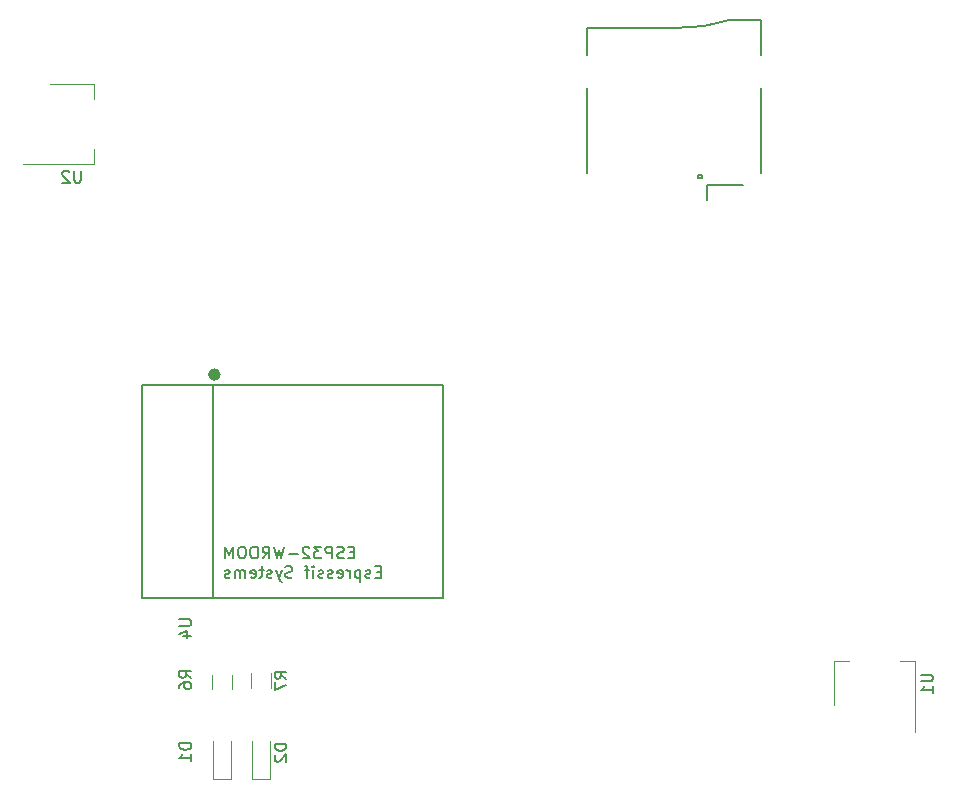
<source format=gbr>
G04 #@! TF.FileFunction,Legend,Bot*
%FSLAX46Y46*%
G04 Gerber Fmt 4.6, Leading zero omitted, Abs format (unit mm)*
G04 Created by KiCad (PCBNEW 4.0.7) date Sat Feb 17 21:33:09 2018*
%MOMM*%
%LPD*%
G01*
G04 APERTURE LIST*
%ADD10C,0.150000*%
%ADD11C,0.120000*%
%ADD12C,0.500000*%
G04 APERTURE END LIST*
D10*
D11*
X73545000Y-94440500D02*
X73545000Y-97640500D01*
X75045000Y-97640500D02*
X75045000Y-94440500D01*
X75045000Y-97640500D02*
X73545000Y-97640500D01*
X76847000Y-94377000D02*
X76847000Y-97577000D01*
X78347000Y-97577000D02*
X78347000Y-94377000D01*
X78347000Y-97577000D02*
X76847000Y-97577000D01*
D10*
X105235500Y-34038000D02*
X112585500Y-34038000D01*
X112585500Y-34038000D02*
X113935500Y-33988000D01*
X113935500Y-33988000D02*
X115085500Y-33838000D01*
X115085500Y-33838000D02*
X116185500Y-33638000D01*
X116185500Y-33638000D02*
X117235500Y-33338000D01*
X115385500Y-47338000D02*
X115385500Y-48638000D01*
X105235500Y-39138000D02*
X105235500Y-46338000D01*
X105235500Y-36338000D02*
X105235500Y-34038000D01*
X117235500Y-33338000D02*
X119935500Y-33338000D01*
X119935500Y-33338000D02*
X119935500Y-36338000D01*
X119935500Y-46338000D02*
X119935500Y-39138000D01*
X114935500Y-46738000D02*
X114635500Y-46738000D01*
X114635500Y-46738000D02*
X114635500Y-46438000D01*
X114635500Y-46438000D02*
X114935500Y-46438000D01*
X114935500Y-46438000D02*
X114935500Y-46738000D01*
X115385500Y-47338000D02*
X118385500Y-47338000D01*
D11*
X73415000Y-88808000D02*
X73415000Y-90008000D01*
X75175000Y-90008000D02*
X75175000Y-88808000D01*
X76717000Y-88681000D02*
X76717000Y-89881000D01*
X78477000Y-89881000D02*
X78477000Y-88681000D01*
X126130000Y-87625000D02*
X127390000Y-87625000D01*
X132950000Y-87625000D02*
X131690000Y-87625000D01*
X126130000Y-91385000D02*
X126130000Y-87625000D01*
X132950000Y-93635000D02*
X132950000Y-87625000D01*
X63505000Y-38754000D02*
X63505000Y-40014000D01*
X63505000Y-45574000D02*
X63505000Y-44314000D01*
X59745000Y-38754000D02*
X63505000Y-38754000D01*
X57495000Y-45574000D02*
X63505000Y-45574000D01*
D12*
X73943981Y-63373000D02*
G75*
G03X73943981Y-63373000I-283981J0D01*
G01*
D10*
X73514000Y-82279000D02*
X73514000Y-64279000D01*
X67514000Y-64279000D02*
X93014000Y-64279000D01*
X67514000Y-82279000D02*
X93014000Y-82279000D01*
X93014000Y-82279000D02*
X93014000Y-64279000D01*
X67514000Y-82279000D02*
X67514000Y-64279000D01*
X71699381Y-94575405D02*
X70699381Y-94575405D01*
X70699381Y-94813500D01*
X70747000Y-94956358D01*
X70842238Y-95051596D01*
X70937476Y-95099215D01*
X71127952Y-95146834D01*
X71270810Y-95146834D01*
X71461286Y-95099215D01*
X71556524Y-95051596D01*
X71651762Y-94956358D01*
X71699381Y-94813500D01*
X71699381Y-94575405D01*
X71699381Y-96099215D02*
X71699381Y-95527786D01*
X71699381Y-95813500D02*
X70699381Y-95813500D01*
X70842238Y-95718262D01*
X70937476Y-95623024D01*
X70985095Y-95527786D01*
X79749381Y-94638905D02*
X78749381Y-94638905D01*
X78749381Y-94877000D01*
X78797000Y-95019858D01*
X78892238Y-95115096D01*
X78987476Y-95162715D01*
X79177952Y-95210334D01*
X79320810Y-95210334D01*
X79511286Y-95162715D01*
X79606524Y-95115096D01*
X79701762Y-95019858D01*
X79749381Y-94877000D01*
X79749381Y-94638905D01*
X78844619Y-95591286D02*
X78797000Y-95638905D01*
X78749381Y-95734143D01*
X78749381Y-95972239D01*
X78797000Y-96067477D01*
X78844619Y-96115096D01*
X78939857Y-96162715D01*
X79035095Y-96162715D01*
X79177952Y-96115096D01*
X79749381Y-95543667D01*
X79749381Y-96162715D01*
X71699381Y-89050834D02*
X71223190Y-88717500D01*
X71699381Y-88479405D02*
X70699381Y-88479405D01*
X70699381Y-88860358D01*
X70747000Y-88955596D01*
X70794619Y-89003215D01*
X70889857Y-89050834D01*
X71032714Y-89050834D01*
X71127952Y-89003215D01*
X71175571Y-88955596D01*
X71223190Y-88860358D01*
X71223190Y-88479405D01*
X70699381Y-89907977D02*
X70699381Y-89717500D01*
X70747000Y-89622262D01*
X70794619Y-89574643D01*
X70937476Y-89479405D01*
X71127952Y-89431786D01*
X71508905Y-89431786D01*
X71604143Y-89479405D01*
X71651762Y-89527024D01*
X71699381Y-89622262D01*
X71699381Y-89812739D01*
X71651762Y-89907977D01*
X71604143Y-89955596D01*
X71508905Y-90003215D01*
X71270810Y-90003215D01*
X71175571Y-89955596D01*
X71127952Y-89907977D01*
X71080333Y-89812739D01*
X71080333Y-89622262D01*
X71127952Y-89527024D01*
X71175571Y-89479405D01*
X71270810Y-89431786D01*
X79749381Y-89114334D02*
X79273190Y-88781000D01*
X79749381Y-88542905D02*
X78749381Y-88542905D01*
X78749381Y-88923858D01*
X78797000Y-89019096D01*
X78844619Y-89066715D01*
X78939857Y-89114334D01*
X79082714Y-89114334D01*
X79177952Y-89066715D01*
X79225571Y-89019096D01*
X79273190Y-88923858D01*
X79273190Y-88542905D01*
X78749381Y-89447667D02*
X78749381Y-90114334D01*
X79749381Y-89685762D01*
X133492381Y-88773095D02*
X134301905Y-88773095D01*
X134397143Y-88820714D01*
X134444762Y-88868333D01*
X134492381Y-88963571D01*
X134492381Y-89154048D01*
X134444762Y-89249286D01*
X134397143Y-89296905D01*
X134301905Y-89344524D01*
X133492381Y-89344524D01*
X134492381Y-90344524D02*
X134492381Y-89773095D01*
X134492381Y-90058809D02*
X133492381Y-90058809D01*
X133635238Y-89963571D01*
X133730476Y-89868333D01*
X133778095Y-89773095D01*
X62356905Y-46116381D02*
X62356905Y-46925905D01*
X62309286Y-47021143D01*
X62261667Y-47068762D01*
X62166429Y-47116381D01*
X61975952Y-47116381D01*
X61880714Y-47068762D01*
X61833095Y-47021143D01*
X61785476Y-46925905D01*
X61785476Y-46116381D01*
X61356905Y-46211619D02*
X61309286Y-46164000D01*
X61214048Y-46116381D01*
X60975952Y-46116381D01*
X60880714Y-46164000D01*
X60833095Y-46211619D01*
X60785476Y-46306857D01*
X60785476Y-46402095D01*
X60833095Y-46544952D01*
X61404524Y-47116381D01*
X60785476Y-47116381D01*
X70699381Y-84074095D02*
X71508905Y-84074095D01*
X71604143Y-84121714D01*
X71651762Y-84169333D01*
X71699381Y-84264571D01*
X71699381Y-84455048D01*
X71651762Y-84550286D01*
X71604143Y-84597905D01*
X71508905Y-84645524D01*
X70699381Y-84645524D01*
X71032714Y-85550286D02*
X71699381Y-85550286D01*
X70651762Y-85312190D02*
X71366048Y-85074095D01*
X71366048Y-85693143D01*
X87724430Y-80065571D02*
X87391096Y-80065571D01*
X87248239Y-80589381D02*
X87724430Y-80589381D01*
X87724430Y-79589381D01*
X87248239Y-79589381D01*
X86867287Y-80541762D02*
X86772049Y-80589381D01*
X86581573Y-80589381D01*
X86486334Y-80541762D01*
X86438715Y-80446524D01*
X86438715Y-80398905D01*
X86486334Y-80303667D01*
X86581573Y-80256048D01*
X86724430Y-80256048D01*
X86819668Y-80208429D01*
X86867287Y-80113190D01*
X86867287Y-80065571D01*
X86819668Y-79970333D01*
X86724430Y-79922714D01*
X86581573Y-79922714D01*
X86486334Y-79970333D01*
X86010144Y-79922714D02*
X86010144Y-80922714D01*
X86010144Y-79970333D02*
X85914906Y-79922714D01*
X85724429Y-79922714D01*
X85629191Y-79970333D01*
X85581572Y-80017952D01*
X85533953Y-80113190D01*
X85533953Y-80398905D01*
X85581572Y-80494143D01*
X85629191Y-80541762D01*
X85724429Y-80589381D01*
X85914906Y-80589381D01*
X86010144Y-80541762D01*
X85105382Y-80589381D02*
X85105382Y-79922714D01*
X85105382Y-80113190D02*
X85057763Y-80017952D01*
X85010144Y-79970333D01*
X84914906Y-79922714D01*
X84819667Y-79922714D01*
X84105381Y-80541762D02*
X84200619Y-80589381D01*
X84391096Y-80589381D01*
X84486334Y-80541762D01*
X84533953Y-80446524D01*
X84533953Y-80065571D01*
X84486334Y-79970333D01*
X84391096Y-79922714D01*
X84200619Y-79922714D01*
X84105381Y-79970333D01*
X84057762Y-80065571D01*
X84057762Y-80160810D01*
X84533953Y-80256048D01*
X83676810Y-80541762D02*
X83581572Y-80589381D01*
X83391096Y-80589381D01*
X83295857Y-80541762D01*
X83248238Y-80446524D01*
X83248238Y-80398905D01*
X83295857Y-80303667D01*
X83391096Y-80256048D01*
X83533953Y-80256048D01*
X83629191Y-80208429D01*
X83676810Y-80113190D01*
X83676810Y-80065571D01*
X83629191Y-79970333D01*
X83533953Y-79922714D01*
X83391096Y-79922714D01*
X83295857Y-79970333D01*
X82867286Y-80541762D02*
X82772048Y-80589381D01*
X82581572Y-80589381D01*
X82486333Y-80541762D01*
X82438714Y-80446524D01*
X82438714Y-80398905D01*
X82486333Y-80303667D01*
X82581572Y-80256048D01*
X82724429Y-80256048D01*
X82819667Y-80208429D01*
X82867286Y-80113190D01*
X82867286Y-80065571D01*
X82819667Y-79970333D01*
X82724429Y-79922714D01*
X82581572Y-79922714D01*
X82486333Y-79970333D01*
X82010143Y-80589381D02*
X82010143Y-79922714D01*
X82010143Y-79589381D02*
X82057762Y-79637000D01*
X82010143Y-79684619D01*
X81962524Y-79637000D01*
X82010143Y-79589381D01*
X82010143Y-79684619D01*
X81676810Y-79922714D02*
X81295858Y-79922714D01*
X81533953Y-80589381D02*
X81533953Y-79732238D01*
X81486334Y-79637000D01*
X81391096Y-79589381D01*
X81295858Y-79589381D01*
X80248238Y-80541762D02*
X80105381Y-80589381D01*
X79867285Y-80589381D01*
X79772047Y-80541762D01*
X79724428Y-80494143D01*
X79676809Y-80398905D01*
X79676809Y-80303667D01*
X79724428Y-80208429D01*
X79772047Y-80160810D01*
X79867285Y-80113190D01*
X80057762Y-80065571D01*
X80153000Y-80017952D01*
X80200619Y-79970333D01*
X80248238Y-79875095D01*
X80248238Y-79779857D01*
X80200619Y-79684619D01*
X80153000Y-79637000D01*
X80057762Y-79589381D01*
X79819666Y-79589381D01*
X79676809Y-79637000D01*
X79343476Y-79922714D02*
X79105381Y-80589381D01*
X78867285Y-79922714D02*
X79105381Y-80589381D01*
X79200619Y-80827476D01*
X79248238Y-80875095D01*
X79343476Y-80922714D01*
X78533952Y-80541762D02*
X78438714Y-80589381D01*
X78248238Y-80589381D01*
X78152999Y-80541762D01*
X78105380Y-80446524D01*
X78105380Y-80398905D01*
X78152999Y-80303667D01*
X78248238Y-80256048D01*
X78391095Y-80256048D01*
X78486333Y-80208429D01*
X78533952Y-80113190D01*
X78533952Y-80065571D01*
X78486333Y-79970333D01*
X78391095Y-79922714D01*
X78248238Y-79922714D01*
X78152999Y-79970333D01*
X77819666Y-79922714D02*
X77438714Y-79922714D01*
X77676809Y-79589381D02*
X77676809Y-80446524D01*
X77629190Y-80541762D01*
X77533952Y-80589381D01*
X77438714Y-80589381D01*
X76724427Y-80541762D02*
X76819665Y-80589381D01*
X77010142Y-80589381D01*
X77105380Y-80541762D01*
X77152999Y-80446524D01*
X77152999Y-80065571D01*
X77105380Y-79970333D01*
X77010142Y-79922714D01*
X76819665Y-79922714D01*
X76724427Y-79970333D01*
X76676808Y-80065571D01*
X76676808Y-80160810D01*
X77152999Y-80256048D01*
X76248237Y-80589381D02*
X76248237Y-79922714D01*
X76248237Y-80017952D02*
X76200618Y-79970333D01*
X76105380Y-79922714D01*
X75962522Y-79922714D01*
X75867284Y-79970333D01*
X75819665Y-80065571D01*
X75819665Y-80589381D01*
X75819665Y-80065571D02*
X75772046Y-79970333D01*
X75676808Y-79922714D01*
X75533951Y-79922714D01*
X75438713Y-79970333D01*
X75391094Y-80065571D01*
X75391094Y-80589381D01*
X74962523Y-80541762D02*
X74867285Y-80589381D01*
X74676809Y-80589381D01*
X74581570Y-80541762D01*
X74533951Y-80446524D01*
X74533951Y-80398905D01*
X74581570Y-80303667D01*
X74676809Y-80256048D01*
X74819666Y-80256048D01*
X74914904Y-80208429D01*
X74962523Y-80113190D01*
X74962523Y-80065571D01*
X74914904Y-79970333D01*
X74819666Y-79922714D01*
X74676809Y-79922714D01*
X74581570Y-79970333D01*
X85462381Y-78414571D02*
X85129047Y-78414571D01*
X84986190Y-78938381D02*
X85462381Y-78938381D01*
X85462381Y-77938381D01*
X84986190Y-77938381D01*
X84605238Y-78890762D02*
X84462381Y-78938381D01*
X84224285Y-78938381D01*
X84129047Y-78890762D01*
X84081428Y-78843143D01*
X84033809Y-78747905D01*
X84033809Y-78652667D01*
X84081428Y-78557429D01*
X84129047Y-78509810D01*
X84224285Y-78462190D01*
X84414762Y-78414571D01*
X84510000Y-78366952D01*
X84557619Y-78319333D01*
X84605238Y-78224095D01*
X84605238Y-78128857D01*
X84557619Y-78033619D01*
X84510000Y-77986000D01*
X84414762Y-77938381D01*
X84176666Y-77938381D01*
X84033809Y-77986000D01*
X83605238Y-78938381D02*
X83605238Y-77938381D01*
X83224285Y-77938381D01*
X83129047Y-77986000D01*
X83081428Y-78033619D01*
X83033809Y-78128857D01*
X83033809Y-78271714D01*
X83081428Y-78366952D01*
X83129047Y-78414571D01*
X83224285Y-78462190D01*
X83605238Y-78462190D01*
X82700476Y-77938381D02*
X82081428Y-77938381D01*
X82414762Y-78319333D01*
X82271904Y-78319333D01*
X82176666Y-78366952D01*
X82129047Y-78414571D01*
X82081428Y-78509810D01*
X82081428Y-78747905D01*
X82129047Y-78843143D01*
X82176666Y-78890762D01*
X82271904Y-78938381D01*
X82557619Y-78938381D01*
X82652857Y-78890762D01*
X82700476Y-78843143D01*
X81700476Y-78033619D02*
X81652857Y-77986000D01*
X81557619Y-77938381D01*
X81319523Y-77938381D01*
X81224285Y-77986000D01*
X81176666Y-78033619D01*
X81129047Y-78128857D01*
X81129047Y-78224095D01*
X81176666Y-78366952D01*
X81748095Y-78938381D01*
X81129047Y-78938381D01*
X80700476Y-78557429D02*
X79938571Y-78557429D01*
X79557619Y-77938381D02*
X79319524Y-78938381D01*
X79129047Y-78224095D01*
X78938571Y-78938381D01*
X78700476Y-77938381D01*
X77748095Y-78938381D02*
X78081429Y-78462190D01*
X78319524Y-78938381D02*
X78319524Y-77938381D01*
X77938571Y-77938381D01*
X77843333Y-77986000D01*
X77795714Y-78033619D01*
X77748095Y-78128857D01*
X77748095Y-78271714D01*
X77795714Y-78366952D01*
X77843333Y-78414571D01*
X77938571Y-78462190D01*
X78319524Y-78462190D01*
X77129048Y-77938381D02*
X76938571Y-77938381D01*
X76843333Y-77986000D01*
X76748095Y-78081238D01*
X76700476Y-78271714D01*
X76700476Y-78605048D01*
X76748095Y-78795524D01*
X76843333Y-78890762D01*
X76938571Y-78938381D01*
X77129048Y-78938381D01*
X77224286Y-78890762D01*
X77319524Y-78795524D01*
X77367143Y-78605048D01*
X77367143Y-78271714D01*
X77319524Y-78081238D01*
X77224286Y-77986000D01*
X77129048Y-77938381D01*
X76081429Y-77938381D02*
X75890952Y-77938381D01*
X75795714Y-77986000D01*
X75700476Y-78081238D01*
X75652857Y-78271714D01*
X75652857Y-78605048D01*
X75700476Y-78795524D01*
X75795714Y-78890762D01*
X75890952Y-78938381D01*
X76081429Y-78938381D01*
X76176667Y-78890762D01*
X76271905Y-78795524D01*
X76319524Y-78605048D01*
X76319524Y-78271714D01*
X76271905Y-78081238D01*
X76176667Y-77986000D01*
X76081429Y-77938381D01*
X75224286Y-78938381D02*
X75224286Y-77938381D01*
X74890952Y-78652667D01*
X74557619Y-77938381D01*
X74557619Y-78938381D01*
M02*

</source>
